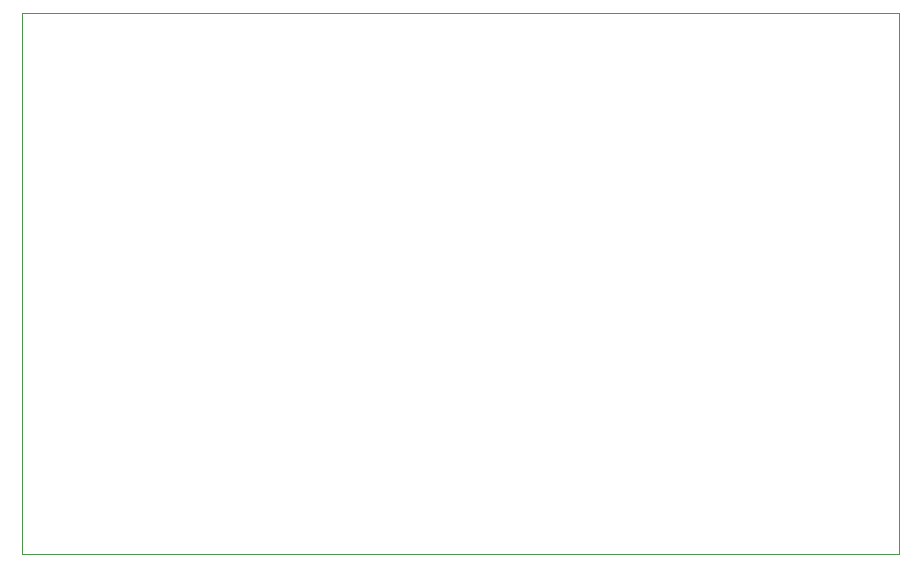
<source format=gbr>
%TF.GenerationSoftware,KiCad,Pcbnew,8.0.4*%
%TF.CreationDate,2025-06-09T12:47:20-04:00*%
%TF.ProjectId,car-battery-reverse-polarity-protection,6361722d-6261-4747-9465-72792d726576,rev?*%
%TF.SameCoordinates,Original*%
%TF.FileFunction,Profile,NP*%
%FSLAX46Y46*%
G04 Gerber Fmt 4.6, Leading zero omitted, Abs format (unit mm)*
G04 Created by KiCad (PCBNEW 8.0.4) date 2025-06-09 12:47:20*
%MOMM*%
%LPD*%
G01*
G04 APERTURE LIST*
%TA.AperFunction,Profile*%
%ADD10C,0.050000*%
%TD*%
G04 APERTURE END LIST*
D10*
X99450000Y-64900000D02*
X173650000Y-64900000D01*
X173650000Y-110700000D01*
X99450000Y-110700000D01*
X99450000Y-64900000D01*
M02*

</source>
